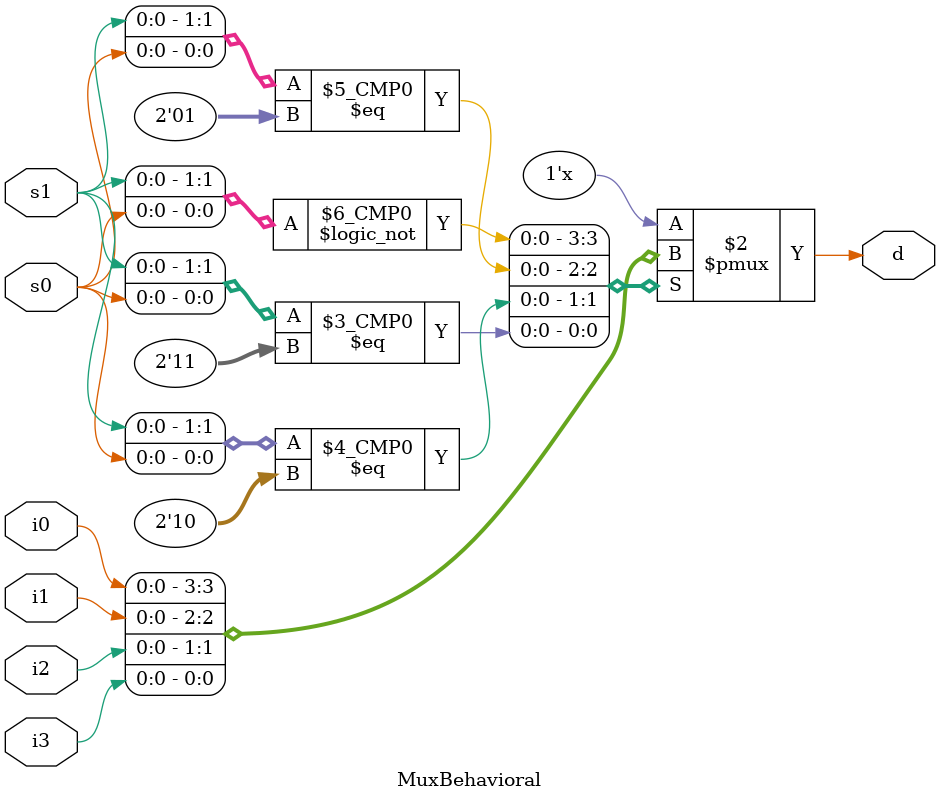
<source format=v>
`timescale 1ns / 1ps


module MuxBehavioral(
    input s0,
    input s1,
    input i0,
    input i1,
    input i2,
    input i3,
    output reg d
    );
    
    always@*
    begin
    
        case({s1,s0})
            2'b00 : d = i0;
            2'b01 : d = i1;
            2'b10 : d = i2;
            2'b11 : d = i3;
            default : d = 0;
        endcase
    
    end
endmodule

</source>
